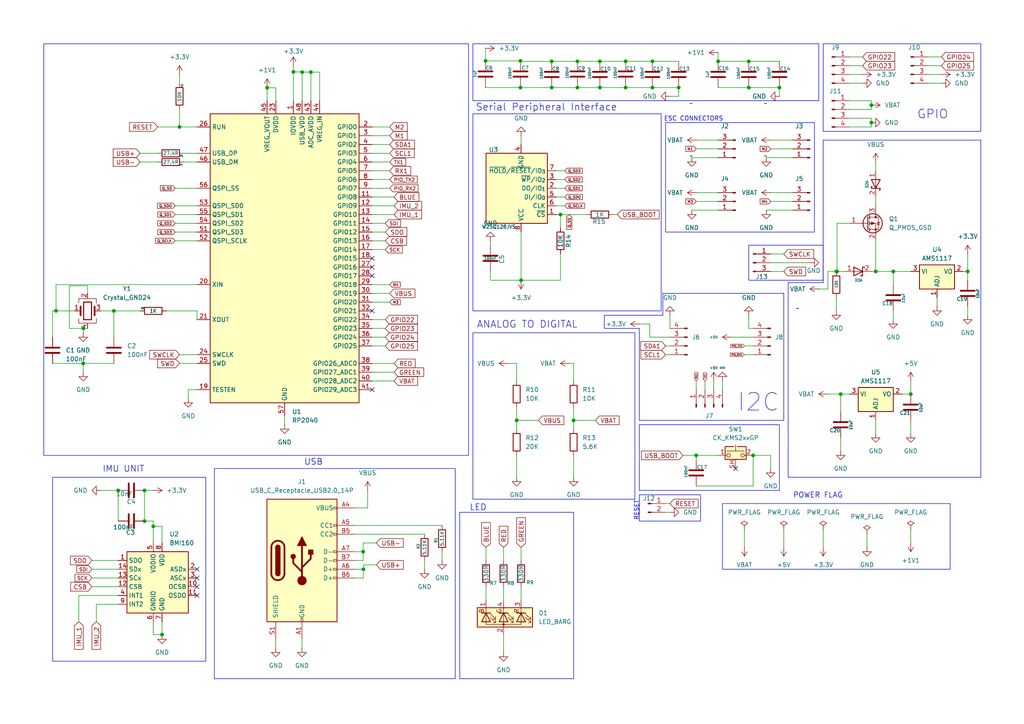
<source format=kicad_sch>
(kicad_sch (version 20250114) (generator "eeschema") (generator_version "9.0")
  (paper "A4")
  (rectangle (start 217.17 71.12) (end 238.76 81.28))
  (rectangle (start 185.42 143.51) (end 203.2 151.13))
  (rectangle (start 193.04 35.56) (end 236.22 67.31))
  (rectangle (start 185.42 123.19) (end 226.06 142.24))
  (rectangle (start 209.55 146.05) (end 275.59 165.1))
  (rectangle (start 137.16 12.7) (end 237.49 29.21))
  (rectangle (start 137.16 33.02) (end 191.77 90.17))
  (rectangle (start 15.24 138.43) (end 59.69 191.77))
  (rectangle (start 12.7 12.7) (end 135.89 132.08))
  (rectangle (start 133.35 148.59) (end 166.37 196.85))
  (rectangle (start 238.76 12.7) (end 284.48 38.1))
  (rectangle (start 137.16 96.52) (end 184.15 144.78))
  (rectangle (start 62.1845 135.89) (end 132.0345 196.85))
  (text "ANALOG TO DIGITAL\n" (at 152.908 94.234 0) (effects (font (size 2.032 2.032))))
  (text "ESC CONNECTORS\n" (at 201.168 34.544 0) (effects (font (size 1.27 1.27))))
  (text " Serial Peripheral Interface" (at 157.734 31.242 0) (effects (font (size 2.032 2.032))))
  (text "USB" (at 90.932 134.112 0) (effects (font (size 1.778 1.778))))
  (text "GPIO" (at 270.51 33.274 0) (effects (font (size 2.54 2.54))))
  (text "LED" (at 138.684 147.32 0) (effects (font (size 1.778 1.778))))
  (text "POWER FLAG" (at 237.236 143.764 0) (effects (font (size 1.524 1.524))))
  (text "IMU UNIT\n" (at 35.814 136.144 0) (effects (font (size 1.778 1.778))))
  (text "I2C\n" (at 219.964 116.84 0) (effects (font (size 5.08 5.08))))
  (text "RESET\n" (at 184.658 148.082 90) (effects (font (size 1.27 1.27))))
  (junction (at 243.84 114.3))
  (junction (at 173.99 25.4))
  (junction (at 46.99 184.0631))
  (junction (at 252.73 35.56))
  (junction (at 252.73 30.48))
  (junction (at 259.08 78.74))
  (junction (at 189.23 17.78))
  (junction (at 196.85 25.4))
  (junction (at 162.56 62.23))
  (junction (at 173.99 17.78))
  (junction (at 105.3285 160.02))
  (junction (at 226.06 25.4))
  (junction (at 242.57 78.74))
  (junction (at 151.13 81.28))
  (junction (at 52.07 36.83))
  (junction (at 33.02 90.17))
  (junction (at 24.2053 95.25))
  (junction (at 280.67 78.74))
  (junction (at 140.8185 17.6596))
  (junction (at 201.93 132.08))
  (junction (at 217.17 17.78))
  (junction (at 181.4429 25.4))
  (junction (at 150.9629 25.4))
  (junction (at 149.86 121.92))
  (junction (at 189.23 25.4))
  (junction (at 90.17 20.9127))
  (junction (at 77.47 25.4648))
  (junction (at 44.45 152.6613))
  (junction (at 264.16 114.3))
  (junction (at 105.41 165.1))
  (junction (at 16.2504 90.1556))
  (junction (at 242.781 78.74))
  (junction (at 166.37 121.92))
  (junction (at 160.02 25.4))
  (junction (at 217.17 25.4))
  (junction (at 254 78.74))
  (junction (at 87.63 20.9127))
  (junction (at 167.4729 25.4))
  (junction (at 208.28 17.78))
  (junction (at 167.4729 17.78))
  (junction (at 34.29 142.24))
  (junction (at 85.09 20.8517))
  (junction (at 24.13 105.41))
  (junction (at 160.02 17.78))
  (junction (at 218.44 132.08))
  (junction (at 181.4429 17.78))
  (junction (at 41.91 151.13))
  (junction (at 41.91 142.24))
  (junction (at 150.9382 17.6596))
  (no_connect (at 107.95 90.17))
  (no_connect (at 107.95 80.01))
  (no_connect (at 107.95 74.93))
  (no_connect (at 57.15 172.72))
  (no_connect (at 57.15 170.18))
  (no_connect (at 213.36 135.89))
  (no_connect (at 107.95 77.47))
  (no_connect (at 57.15 167.64))
  (no_connect (at 57.15 165.1))
  (no_connect (at 107.95 113.03))
  (wire (pts (xy 223.52 135.89) (xy 223.52 132.08)))
  (wire (pts (xy 102.8245 165.1) (xy 105.41 165.1)))
  (wire (pts (xy 201.93 43.18) (xy 208.28 43.18)))
  (wire (pts (xy 150.9629 25.4) (xy 160.02 25.4)))
  (wire (pts (xy 25.4 82.8823) (xy 20.0981 82.8823)))
  (wire (pts (xy 200.66 60.96) (xy 208.28 60.96)))
  (polyline (pts (xy 284.48 138.43) (xy 228.6 138.43)))
  (wire (pts (xy 24.13 96.52) (xy 24.2053 96.52)))
  (wire (pts (xy 162.56 62.23) (xy 170.18 62.23)))
  (wire (pts (xy 140.8185 17.6596) (xy 140.8029 17.6596)))
  (wire (pts (xy 107.95 95.25) (xy 111.76 95.25)))
  (wire (pts (xy 44.45 184.0631) (xy 46.99 184.0631)))
  (wire (pts (xy 57.15 113.03) (xy 54.61 113.03)))
  (wire (pts (xy 246.38 19.05) (xy 250.19 19.05)))
  (wire (pts (xy 252.73 36.83) (xy 252.73 35.56)))
  (wire (pts (xy 107.95 62.23) (xy 114.3 62.23)))
  (wire (pts (xy 280.67 78.74) (xy 280.67 81.28)))
  (wire (pts (xy 181.4429 25.4) (xy 181.4429 25.2796)))
  (wire (pts (xy 194.31 91.44) (xy 194.31 95.25)))
  (wire (pts (xy 200.66 45.72) (xy 208.28 45.72)))
  (wire (pts (xy 208.28 132.08) (xy 201.93 132.08)))
  (wire (pts (xy 204.47 110.49) (xy 204.47 113.03)))
  (wire (pts (xy 193.04 100.33) (xy 194.31 100.33)))
  (wire (pts (xy 140.8029 25.4) (xy 150.9629 25.4)))
  (wire (pts (xy 254 78.74) (xy 252.73 78.74)))
  (wire (pts (xy 22.86 172.72) (xy 22.86 180.34)))
  (wire (pts (xy 246.38 29.21) (xy 252.73 29.21)))
  (wire (pts (xy 240.1216 83.82) (xy 240.1216 78.74)))
  (wire (pts (xy 254 78.74) (xy 259.08 78.74)))
  (wire (pts (xy 107.95 44.45) (xy 113.03 44.45)))
  (wire (pts (xy 92.71 20.9127) (xy 90.17 20.9127)))
  (wire (pts (xy 162.56 62.23) (xy 162.56 66.04)))
  (wire (pts (xy 105.3285 162.56) (xy 102.8245 162.56)))
  (wire (pts (xy 53.34 46.99) (xy 57.15 46.99)))
  (wire (pts (xy 80.01 29.21) (xy 80.01 25.4648)))
  (wire (pts (xy 201.93 40.64) (xy 208.28 40.64)))
  (wire (pts (xy 151.13 158.75) (xy 151.13 162.56)))
  (wire (pts (xy 237.49 83.82) (xy 240.1216 83.82)))
  (wire (pts (xy 105.3285 160.02) (xy 105.3285 162.56)))
  (polyline (pts (xy 175.26 91.44) (xy 192.2536 91.44)))
  (wire (pts (xy 77.47 25.4) (xy 77.47 25.4648)))
  (wire (pts (xy 196.85 25.4) (xy 196.85 27.94)))
  (wire (pts (xy 107.95 52.07) (xy 113.03 52.07)))
  (wire (pts (xy 150.9629 25.4) (xy 150.9629 25.2796)))
  (wire (pts (xy 193.04 148.59) (xy 194.31 148.59)))
  (wire (pts (xy 167.4729 25.4) (xy 173.99 25.4)))
  (wire (pts (xy 102.8245 167.64) (xy 105.41 167.64)))
  (wire (pts (xy 269.24 21.59) (xy 273.05 21.59)))
  (wire (pts (xy 161.29 49.53) (xy 163.83 49.53)))
  (wire (pts (xy 46.99 157.48) (xy 46.99 152.6613)))
  (wire (pts (xy 222.25 60.96) (xy 229.87 60.96)))
  (wire (pts (xy 107.95 107.95) (xy 114.3 107.95)))
  (wire (pts (xy 87.63 20.9127) (xy 87.63 20.8517)))
  (wire (pts (xy 107.95 57.15) (xy 114.3 57.15)))
  (wire (pts (xy 201.93 55.88) (xy 208.28 55.88)))
  (wire (pts (xy 107.95 41.91) (xy 113.03 41.91)))
  (wire (pts (xy 140.97 170.18) (xy 140.97 173.99)))
  (wire (pts (xy 20.0981 82.8823) (xy 20.0981 95.25)))
  (wire (pts (xy 90.17 20.9127) (xy 87.63 20.9127)))
  (wire (pts (xy 146.05 170.18) (xy 146.05 173.99)))
  (wire (pts (xy 201.93 110.49) (xy 201.93 113.03)))
  (wire (pts (xy 50.8 62.23) (xy 57.15 62.23)))
  (wire (pts (xy 107.95 110.49) (xy 114.3 110.49)))
  (wire (pts (xy 34.29 175.26) (xy 27.94 175.26)))
  (wire (pts (xy 166.37 121.92) (xy 166.37 124.46)))
  (wire (pts (xy 167.4729 25.4) (xy 167.4729 25.2796)))
  (wire (pts (xy 107.95 36.83) (xy 113.03 36.83)))
  (wire (pts (xy 149.86 121.92) (xy 149.86 124.46)))
  (wire (pts (xy 215.9 102.87) (xy 218.44 102.87)))
  (wire (pts (xy 223.52 76.2) (xy 234.95 76.2)))
  (wire (pts (xy 77.47 25.4648) (xy 77.47 29.21)))
  (wire (pts (xy 188.4526 93.98) (xy 188.4526 97.79)))
  (wire (pts (xy 16.2504 90.1556) (xy 16.2504 90.17)))
  (wire (pts (xy 223.52 78.74) (xy 227.33 78.74)))
  (wire (pts (xy 92.71 29.21) (xy 92.71 20.9127)))
  (wire (pts (xy 243.84 114.3) (xy 243.84 119.38)))
  (wire (pts (xy 167.4729 17.78) (xy 173.99 17.78)))
  (wire (pts (xy 142.24 81.28) (xy 142.24 78.74)))
  (wire (pts (xy 107.95 69.85) (xy 111.76 69.85)))
  (wire (pts (xy 166.37 121.92) (xy 172.72 121.92)))
  (wire (pts (xy 107.95 46.99) (xy 113.03 46.99)))
  (wire (pts (xy 87.63 20.8517) (xy 85.09 20.8517)))
  (wire (pts (xy 264.16 153.67) (xy 264.16 157.48)))
  (wire (pts (xy 27.94 175.26) (xy 27.94 180.34)))
  (wire (pts (xy 252.73 34.29) (xy 252.73 35.56)))
  (wire (pts (xy 107.95 54.61) (xy 113.03 54.61)))
  (wire (pts (xy 259.08 90.17) (xy 259.08 92.71)))
  (wire (pts (xy 44.45 180.34) (xy 44.45 184.0631)))
  (wire (pts (xy 254 121.92) (xy 254 125.73)))
  (wire (pts (xy 34.29 172.72) (xy 22.86 172.72)))
  (polyline (pts (xy 228.6 138.43) (xy 228.6 81.9799)))
  (wire (pts (xy 161.29 59.69) (xy 163.83 59.69)))
  (wire (pts (xy 50.8 67.31) (xy 57.15 67.31)))
  (wire (pts (xy 82.55 120.65) (xy 82.55 123.19)))
  (wire (pts (xy 271.78 86.36) (xy 271.78 88.9)))
  (wire (pts (xy 40.64 46.99) (xy 45.72 46.99)))
  (wire (pts (xy 29.21 90.17) (xy 33.02 90.17)))
  (wire (pts (xy 198.12 132.08) (xy 201.93 132.08)))
  (polyline (pts (xy 175.26 95.25) (xy 175.26 91.44)))
  (wire (pts (xy 29.21 142.24) (xy 34.29 142.24)))
  (wire (pts (xy 102.8245 147.32) (xy 106.6345 147.32)))
  (wire (pts (xy 44.45 157.48) (xy 44.45 152.6613)))
  (wire (pts (xy 242.781 64.77) (xy 242.781 78.74)))
  (wire (pts (xy 16.2504 90.17) (xy 21.59 90.17)))
  (wire (pts (xy 102.8245 152.4) (xy 128.2245 152.4)))
  (polyline (pts (xy 193.04 85.09) (xy 193.04 85.118)))
  (wire (pts (xy 90.17 29.21) (xy 90.17 20.9127)))
  (wire (pts (xy 149.86 121.92) (xy 156.21 121.92)))
  (wire (pts (xy 177.8 62.23) (xy 179.07 62.23)))
  (wire (pts (xy 240.1216 78.74) (xy 242.57 78.74)))
  (wire (pts (xy 44.45 152.6613) (xy 44.45 151.13)))
  (wire (pts (xy 107.95 49.53) (xy 113.03 49.53)))
  (polyline (pts (xy 185.42 121.92) (xy 185.42 95.25)))
  (polyline (pts (xy 238.76 40.64) (xy 238.76 81.9799)))
  (wire (pts (xy 208.28 25.4) (xy 217.17 25.4)))
  (wire (pts (xy 45.72 36.83) (xy 52.07 36.83)))
  (wire (pts (xy 105.3285 157.48) (xy 105.3285 160.02)))
  (wire (pts (xy 252.73 31.75) (xy 252.73 30.48)))
  (wire (pts (xy 24.13 105.41) (xy 24.13 107.95)))
  (wire (pts (xy 26.67 170.18) (xy 34.29 170.18)))
  (wire (pts (xy 105.41 163.83) (xy 109.1745 163.83)))
  (wire (pts (xy 223.52 132.08) (xy 218.44 132.08)))
  (wire (pts (xy 54.61 113.03) (xy 54.61 115.57)))
  (wire (pts (xy 207.01 110.49) (xy 207.01 113.03)))
  (wire (pts (xy 254 69.85) (xy 254 78.74)))
  (wire (pts (xy 41.91 142.24) (xy 41.91 151.13)))
  (polyline (pts (xy 284.48 40.64) (xy 284.48 138.43)))
  (wire (pts (xy 261.62 114.3) (xy 264.16 114.3)))
  (wire (pts (xy 20.0981 95.25) (xy 24.2053 95.25)))
  (wire (pts (xy 107.95 85.09) (xy 113.03 85.09)))
  (wire (pts (xy 150.9382 17.78) (xy 150.9382 17.6596)))
  (wire (pts (xy 201.93 58.42) (xy 208.28 58.42)))
  (wire (pts (xy 50.8 54.61) (xy 57.15 54.61)))
  (wire (pts (xy 246.38 31.75) (xy 252.73 31.75)))
  (wire (pts (xy 181.4429 17.78) (xy 181.4429 17.6596)))
  (wire (pts (xy 208.28 17.78) (xy 217.17 17.78)))
  (wire (pts (xy 222.25 45.72) (xy 229.87 45.72)))
  (wire (pts (xy 161.29 54.61) (xy 163.83 54.61)))
  (wire (pts (xy 254 46.99) (xy 254 49.53)))
  (wire (pts (xy 215.9 153.67) (xy 215.9 158.75)))
  (wire (pts (xy 279.4 78.74) (xy 280.67 78.74)))
  (wire (pts (xy 33.02 90.17) (xy 40.64 90.17)))
  (wire (pts (xy 251.46 154.94) (xy 251.46 158.75)))
  (wire (pts (xy 243.84 127) (xy 243.84 130.81)))
  (polyline (pts (xy 192.2536 91.44) (xy 192.2536 85.118)))
  (wire (pts (xy 44.45 151.13) (xy 41.91 151.13)))
  (wire (pts (xy 123.1445 162.56) (xy 123.1445 165.1)))
  (wire (pts (xy 217.17 25.4) (xy 226.06 25.4)))
  (wire (pts (xy 142.24 69.85) (xy 142.24 71.12)))
  (wire (pts (xy 201.93 140.97) (xy 218.44 140.97)))
  (wire (pts (xy 15.24 90.1556) (xy 16.2504 90.1556)))
  (wire (pts (xy 165.1 105.41) (xy 166.37 105.41)))
  (wire (pts (xy 146.05 184.15) (xy 146.05 189.23)))
  (wire (pts (xy 193.04 102.87) (xy 194.31 102.87)))
  (wire (pts (xy 238.76 153.67) (xy 238.76 158.75)))
  (wire (pts (xy 242.57 86.36) (xy 242.57 90.17)))
  (wire (pts (xy 140.8185 13.9995) (xy 140.8185 17.6596)))
  (wire (pts (xy 223.52 43.18) (xy 229.87 43.18)))
  (polyline (pts (xy 185.42 95.25) (xy 175.26 95.25)))
  (wire (pts (xy 87.63 29.21) (xy 87.63 20.9127)))
  (wire (pts (xy 242.57 78.74) (xy 242.781 78.74)))
  (wire (pts (xy 107.95 82.55) (xy 113.03 82.55)))
  (wire (pts (xy 218.44 95.25) (xy 217.17 95.25)))
  (wire (pts (xy 149.86 132.08) (xy 149.86 138.43)))
  (wire (pts (xy 107.95 64.77) (xy 111.76 64.77)))
  (wire (pts (xy 149.86 118.11) (xy 149.86 121.92)))
  (polyline (pts (xy 238.76 40.64) (xy 284.48 40.64)))
  (wire (pts (xy 16.2504 82.55) (xy 16.2504 90.1556)))
  (wire (pts (xy 269.24 19.05) (xy 273.05 19.05)))
  (wire (pts (xy 161.29 57.15) (xy 163.83 57.15)))
  (wire (pts (xy 264.16 121.92) (xy 264.16 125.73)))
  (wire (pts (xy 80.01 25.4648) (xy 77.47 25.4648)))
  (wire (pts (xy 34.29 142.24) (xy 34.29 151.13)))
  (wire (pts (xy 166.37 118.11) (xy 166.37 121.92)))
  (wire (pts (xy 52.07 105.41) (xy 57.15 105.41)))
  (wire (pts (xy 106.6345 147.32) (xy 106.6345 142.24)))
  (wire (pts (xy 161.29 62.23) (xy 162.56 62.23)))
  (wire (pts (xy 107.95 39.37) (xy 113.03 39.37)))
  (wire (pts (xy 140.8029 25.4) (xy 140.8029 25.2796)))
  (wire (pts (xy 223.52 73.66) (xy 227.33 73.66)))
  (wire (pts (xy 52.07 31.75) (xy 52.07 36.83)))
  (wire (pts (xy 166.37 132.08) (xy 166.37 138.43)))
  (wire (pts (xy 223.52 40.64) (xy 229.87 40.64)))
  (wire (pts (xy 218.44 140.97) (xy 218.44 132.08)))
  (wire (pts (xy 280.67 73.66) (xy 280.67 78.74)))
  (wire (pts (xy 246.38 16.51) (xy 250.19 16.51)))
  (wire (pts (xy 252.73 29.21) (xy 252.73 30.48)))
  (wire (pts (xy 254 57.15) (xy 254 59.69)))
  (wire (pts (xy 246.38 36.83) (xy 252.73 36.83)))
  (wire (pts (xy 160.02 17.78) (xy 150.9382 17.78)))
  (wire (pts (xy 41.91 142.24) (xy 44.45 142.24)))
  (wire (pts (xy 107.95 105.41) (xy 114.3 105.41)))
  (wire (pts (xy 209.55 110.49) (xy 209.55 113.03)))
  (wire (pts (xy 105.41 165.1) (xy 105.41 167.64)))
  (wire (pts (xy 79.9645 185.42) (xy 79.9645 187.96)))
  (wire (pts (xy 246.38 114.3) (xy 243.84 114.3)))
  (wire (pts (xy 223.52 55.88) (xy 229.87 55.88)))
  (wire (pts (xy 246.38 21.59) (xy 250.19 21.59)))
  (wire (pts (xy 208.28 15.24) (xy 208.28 17.78)))
  (wire (pts (xy 52.07 21.59) (xy 52.07 24.13)))
  (wire (pts (xy 196.85 27.94) (xy 194.31 27.94)))
  (wire (pts (xy 102.8245 160.02) (xy 105.3285 160.02)))
  (wire (pts (xy 151.13 39.37) (xy 151.13 41.91)))
  (wire (pts (xy 189.23 17.78) (xy 196.85 17.78)))
  (wire (pts (xy 85.09 19.05) (xy 85.09 20.8517)))
  (wire (pts (xy 151.13 81.28) (xy 162.56 81.28)))
  (wire (pts (xy 40.64 44.45) (xy 45.72 44.45)))
  (wire (pts (xy 269.24 24.13) (xy 273.05 24.13)))
  (wire (pts (xy 246.38 24.13) (xy 250.19 24.13)))
  (wire (pts (xy 33.02 90.17) (xy 33.02 97.79)))
  (wire (pts (xy 150.9382 17.6596) (xy 150.9629 17.6596)))
  (wire (pts (xy 193.04 146.05) (xy 194.31 146.05)))
  (wire (pts (xy 53.34 44.45) (xy 57.15 44.45)))
  (wire (pts (xy 107.95 59.69) (xy 114.3 59.69)))
  (wire (pts (xy 246.38 34.29) (xy 252.73 34.29)))
  (wire (pts (xy 227.33 153.67) (xy 227.33 158.75)))
  (wire (pts (xy 24.13 105.41) (xy 33.02 105.41)))
  (wire (pts (xy 160.02 25.4) (xy 167.4729 25.4)))
  (wire (pts (xy 128.2245 160.02) (xy 128.2245 162.56)))
  (wire (pts (xy 280.67 88.9) (xy 280.67 91.44)))
  (wire (pts (xy 107.95 97.79) (xy 111.76 97.79)))
  (wire (pts (xy 269.24 16.51) (xy 273.05 16.51)))
  (wire (pts (xy 189.23 25.4) (xy 196.85 25.4)))
  (polyline (pts (xy 227.33 85.09) (xy 227.33 121.92)))
  (wire (pts (xy 264.16 110.49) (xy 264.16 114.3)))
  (wire (pts (xy 25.4 85.09) (xy 25.4 82.8823)))
  (wire (pts (xy 46.99 180.34) (xy 46.99 184.0631)))
  (wire (pts (xy 149.86 105.41) (xy 149.86 110.49)))
  (wire (pts (xy 185.42 93.98) (xy 188.4526 93.98)))
  (polyline (pts (xy 192.2536 85.118) (xy 193.04 85.118)))
  (wire (pts (xy 57.15 82.55) (xy 16.2504 82.55)))
  (wire (pts (xy 181.4429 25.4) (xy 189.23 25.4)))
  (wire (pts (xy 217.17 17.78) (xy 226.06 17.78)))
  (wire (pts (xy 226.06 25.4) (xy 226.06 27.94)))
  (wire (pts (xy 161.29 52.07) (xy 163.83 52.07)))
  (wire (pts (xy 50.8 59.69) (xy 57.15 59.69)))
  (wire (pts (xy 105.41 163.83) (xy 105.41 165.1)))
  (wire (pts (xy 151.13 170.18) (xy 151.13 173.99)))
  (wire (pts (xy 46.99 152.6613) (xy 44.45 152.6613)))
  (wire (pts (xy 26.67 165.1) (xy 34.29 165.1)))
  (wire (pts (xy 215.9 100.33) (xy 218.44 100.33)))
  (wire (pts (xy 57.15 90.17) (xy 57.15 92.71)))
  (wire (pts (xy 140.97 158.75) (xy 140.97 162.56)))
  (wire (pts (xy 107.95 92.71) (xy 111.76 92.71)))
  (wire (pts (xy 50.8 69.85) (xy 57.15 69.85)))
  (wire (pts (xy 201.93 132.08) (xy 201.93 133.35)))
  (wire (pts (xy 24.2053 96.52) (xy 24.2053 95.25)))
  (wire (pts (xy 167.4729 17.78) (xy 167.4729 17.6596)))
  (wire (pts (xy 107.95 72.39) (xy 111.76 72.39)))
  (wire (pts (xy 15.24 90.1556) (xy 15.24 97.79)))
  (polyline (pts (xy 227.33 121.92) (xy 185.42 121.92)))
  (wire (pts (xy 102.8245 154.94) (xy 123.1445 154.94)))
  (wire (pts (xy 160.02 17.78) (xy 167.4729 17.78)))
  (wire (pts (xy 46.99 184.0631) (xy 46.99 184.15)))
  (wire (pts (xy 50.8 64.77) (xy 57.15 64.77)))
  (wire (pts (xy 188.4526 97.79) (xy 194.31 97.79)))
  (wire (pts (xy 166.37 105.41) (xy 166.37 110.49)))
  (wire (pts (xy 140.8185 17.6596) (xy 150.9382 17.6596)))
  (wire (pts (xy 151.13 67.31) (xy 151.13 81.28)))
  (wire (pts (xy 259.08 78.74) (xy 264.16 78.74)))
  (wire (pts (xy 146.05 158.75) (xy 146.05 162.56)))
  (wire (pts (xy 26.67 167.64) (xy 34.29 167.64)))
  (wire (pts (xy 52.07 102.87) (xy 57.15 102.87)))
  (wire (pts (xy 189.23 17.78) (xy 181.4429 17.78)))
  (polyline (pts (xy 193.04 85.09) (xy 227.33 85.09)))
  (wire (pts (xy 246.38 64.77) (xy 242.781 64.77)))
  (wire (pts (xy 217.17 95.25) (xy 217.17 91.44)))
  (wire (pts (xy 173.99 17.78) (xy 181.4429 17.78)))
  (wire (pts (xy 212.09 97.79) (xy 218.44 97.79)))
  (wire (pts (xy 107.95 100.33) (xy 111.76 100.33)))
  (wire (pts (xy 173.99 25.4) (xy 181.4429 25.4)))
  (wire (pts (xy 240.03 114.3) (xy 243.84 114.3)))
  (wire (pts (xy 48.26 90.17) (xy 57.15 90.17)))
  (wire (pts (xy 85.09 20.8517) (xy 85.09 29.21)))
  (wire (pts (xy 242.781 78.74) (xy 245.11 78.74)))
  (wire (pts (xy 109.1745 157.48) (xy 105.3285 157.48)))
  (wire (pts (xy 24.2053 95.25) (xy 25.4 95.25)))
  (wire (pts (xy 107.95 87.63) (xy 113.03 87.63)))
  (wire (pts (xy 26.67 162.56) (xy 34.29 162.56)))
  (wire (pts (xy 162.56 81.28) (xy 162.56 73.66)))
  (wire (pts (xy 87.5845 185.42) (xy 87.5845 187.96)))
  (wire (pts (xy 107.95 67.31) (xy 111.76 67.31)))
  (wire (pts (xy 52.07 36.83) (xy 57.15 36.83)))
  (wire (pts (xy 223.52 58.42) (xy 229.87 58.42)))
  (wire (pts (xy 15.24 105.41) (xy 24.13 105.41)))
  (polyline (pts (xy 228.6 81.9799) (xy 238.76 81.9799)))
  (wire (pts (xy 259.08 78.74) (xy 259.08 82.55)))
  (wire (pts (xy 147.32 105.41) (xy 149.86 105.41)))
  (wire (pts (xy 151.13 81.28) (xy 142.24 81.28)))
  (global_label "SDI" (shape input) (at 26.67 165.1 180) (effects (font (size 1.016 1.016))) (property "Intersheetrefs" "${INTERSHEET_REFS}" (effects (hide yes))))
  (global_label "SDI" (shape input) (at 111.76 64.77 0) (effects (font (size 1.016 1.016))) (property "Intersheetrefs" "${INTERSHEET_REFS}" (effects (hide yes))))
  (global_label "SDA1" (shape input) (at 113.03 41.91 0) (property "Intersheetrefs" "${INTERSHEET_REFS}" (effects (hide yes))))
  (global_label "SWD" (shape input) (at 52.07 105.41 180) (property "Intersheetrefs" "${INTERSHEET_REFS}" (effects (hide yes))))
  (global_label "SWD" (shape input) (at 227.33 78.74 0) (property "Intersheetrefs" "${INTERSHEET_REFS}" (effects (hide yes))))
  (global_label "SDO" (shape input) (at 26.67 162.56 180) (property "Intersheetrefs" "${INTERSHEET_REFS}" (effects (hide yes))))
  (global_label "SWCLK" (shape input) (at 227.33 73.66 0) (property "Intersheetrefs" "${INTERSHEET_REFS}" (effects (hide yes))))
  (global_label "IMU_2" (shape input) (at 27.94 180.34 270) (property "Intersheetrefs" "${INTERSHEET_REFS}" (effects (hide yes))))
  (global_label "PIO_RX2" (shape input) (at 113.03 54.61 0) (effects (font (size 1.016 1.016))) (property "Intersheetrefs" "${INTERSHEET_REFS}" (effects (hide yes))))
  (global_label "GPIO23" (shape input) (at 111.76 95.25 0) (property "Intersheetrefs" "${INTERSHEET_REFS}" (effects (hide yes))))
  (global_label "Q_SD3" (shape input) (at 163.83 49.53 0) (effects (font (size 0.762 0.762))) (property "Intersheetrefs" "${INTERSHEET_REFS}" (effects (hide yes))))
  (global_label "GREEN" (shape input) (at 114.3 107.95 0) (property "Intersheetrefs" "${INTERSHEET_REFS}" (effects (hide yes))))
  (global_label "RX1" (shape input) (at 113.03 49.53 0) (property "Intersheetrefs" "${INTERSHEET_REFS}" (effects (hide yes))))
  (global_label "Q_SCLK" (shape input) (at 50.8 69.85 180) (effects (font (size 0.762 0.762))) (property "Intersheetrefs" "${INTERSHEET_REFS}" (effects (hide yes))))
  (global_label "M4" (shape input) (at 113.03 82.55 0) (effects (font (size 0.762 0.762))) (property "Intersheetrefs" "${INTERSHEET_REFS}" (effects (hide yes))))
  (global_label "USB-" (shape input) (at 109.1745 157.48 0) (property "Intersheetrefs" "${INTERSHEET_REFS}" (effects (hide yes))))
  (global_label "RESET" (shape input) (at 45.72 36.83 180) (property "Intersheetrefs" "${INTERSHEET_REFS}" (effects (hide yes))))
  (global_label "BLUE" (shape input) (at 140.97 158.75 90) (property "Intersheetrefs" "${INTERSHEET_REFS}" (effects (hide yes))))
  (global_label "TX1" (shape input) (at 113.03 46.99 0) (effects (font (size 1.016 1.016))) (property "Intersheetrefs" "${INTERSHEET_REFS}" (effects (hide yes))))
  (global_label "USB_BOOT" (shape input) (at 198.12 132.08 180) (property "Intersheetrefs" "${INTERSHEET_REFS}" (effects (hide yes))))
  (global_label "GPIO25" (shape input) (at 273.05 19.05 0) (property "Intersheetrefs" "${INTERSHEET_REFS}" (effects (hide yes))))
  (global_label "GREEN" (shape input) (at 151.13 158.75 90) (property "Intersheetrefs" "${INTERSHEET_REFS}" (effects (hide yes))))
  (global_label "Q_SD3" (shape input) (at 50.8 67.31 180) (effects (font (size 0.762 0.762))) (property "Intersheetrefs" "${INTERSHEET_REFS}" (effects (hide yes))))
  (global_label "SDA1" (shape input) (at 193.04 100.33 180) (property "Intersheetrefs" "${INTERSHEET_REFS}" (effects (hide yes))))
  (global_label "M1" (shape input) (at 201.93 43.18 180) (effects (font (size 0.762 0.762))) (property "Intersheetrefs" "${INTERSHEET_REFS}" (effects (hide yes))))
  (global_label "SCK" (shape input) (at 111.76 72.39 0) (effects (font (size 1.016 1.016))) (property "Intersheetrefs" "${INTERSHEET_REFS}" (effects (hide yes))))
  (global_label "M2" (shape input) (at 113.03 36.83 0) (property "Intersheetrefs" "${INTERSHEET_REFS}" (effects (hide yes))))
  (global_label "USB_BOOT" (shape input) (at 179.07 62.23 0) (property "Intersheetrefs" "${INTERSHEET_REFS}" (effects (hide yes))))
  (global_label "GPIO25" (shape input) (at 111.76 100.33 0) (property "Intersheetrefs" "${INTERSHEET_REFS}" (effects (hide yes))))
  (global_label "Q_SDO" (shape input) (at 163.83 57.15 0) (effects (font (size 0.762 0.762))) (property "Intersheetrefs" "${INTERSHEET_REFS}" (effects (hide yes))))
  (global_label "PIO_TX2" (shape input) (at 113.03 52.07 0) (effects (font (size 1.016 1.016))) (property "Intersheetrefs" "${INTERSHEET_REFS}" (effects (hide yes))))
  (global_label "RESET" (shape input) (at 194.31 146.05 0) (property "Intersheetrefs" "${INTERSHEET_REFS}" (effects (hide yes))))
  (global_label "GPIO22" (shape input) (at 111.76 92.71 0) (property "Intersheetrefs" "${INTERSHEET_REFS}" (effects (hide yes))))
  (global_label "M1" (shape input) (at 113.03 39.37 0) (property "Intersheetrefs" "${INTERSHEET_REFS}" (effects (hide yes))))
  (global_label "GPIO24" (shape input) (at 273.05 16.51 0) (property "Intersheetrefs" "${INTERSHEET_REFS}" (effects (hide yes))))
  (global_label "GPIO22" (shape input) (at 250.19 16.51 0) (property "Intersheetrefs" "${INTERSHEET_REFS}" (effects (hide yes))))
  (global_label "SCL1" (shape input) (at 113.03 44.45 0) (property "Intersheetrefs" "${INTERSHEET_REFS}" (effects (hide yes))))
  (global_label "IMU_2" (shape input) (at 114.3 59.69 0) (property "Intersheetrefs" "${INTERSHEET_REFS}" (effects (hide yes))))
  (global_label "CSB" (shape input) (at 111.76 69.85 0) (property "Intersheetrefs" "${INTERSHEET_REFS}" (effects (hide yes))))
  (global_label "IMU_1" (shape input) (at 114.3 62.23 0) (property "Intersheetrefs" "${INTERSHEET_REFS}" (effects (hide yes))))
  (global_label "Q_SCLK" (shape input) (at 163.83 59.69 0) (effects (font (size 0.762 0.762))) (property "Intersheetrefs" "${INTERSHEET_REFS}" (effects (hide yes))))
  (global_label "GPIO23" (shape input) (at 250.19 19.05 0) (property "Intersheetrefs" "${INTERSHEET_REFS}" (effects (hide yes))))
  (global_label "M2" (shape input) (at 223.52 43.18 180) (effects (font (size 0.762 0.762))) (property "Intersheetrefs" "${INTERSHEET_REFS}" (effects (hide yes))))
  (global_label "IMU_1" (shape input) (at 22.86 180.34 270) (property "Intersheetrefs" "${INTERSHEET_REFS}" (effects (hide yes))))
  (global_label "Q_SDO" (shape input) (at 50.8 59.69 180) (effects (font (size 0.762 0.762))) (property "Intersheetrefs" "${INTERSHEET_REFS}" (effects (hide yes))))
  (global_label "PIO_TX2" (shape input) (at 215.9 100.33 180) (effects (font (size 0.508 0.508))) (property "Intersheetrefs" "${INTERSHEET_REFS}" (effects (hide yes))))
  (global_label "VBUS" (shape input) (at 156.21 121.92 0) (property "Intersheetrefs" "${INTERSHEET_REFS}" (effects (hide yes))))
  (global_label "VBAT" (shape input) (at 114.3 110.49 0) (property "Intersheetrefs" "${INTERSHEET_REFS}" (effects (hide yes))))
  (global_label "Q_SD1" (shape input) (at 163.83 54.61 0) (effects (font (size 0.762 0.762))) (property "Intersheetrefs" "${INTERSHEET_REFS}" (effects (hide yes))))
  (global_label "CSB" (shape input) (at 26.67 170.18 180) (property "Intersheetrefs" "${INTERSHEET_REFS}" (effects (hide yes))))
  (global_label "Q_SD2" (shape input) (at 163.83 52.07 0) (effects (font (size 0.762 0.762))) (property "Intersheetrefs" "${INTERSHEET_REFS}" (effects (hide yes))))
  (global_label "SCL1" (shape input) (at 193.04 102.87 180) (property "Intersheetrefs" "${INTERSHEET_REFS}" (effects (hide yes))))
  (global_label "M3" (shape input) (at 113.03 87.63 0) (effects (font (size 0.762 0.762))) (property "Intersheetrefs" "${INTERSHEET_REFS}" (effects (hide yes))))
  (global_label "RX1" (shape input) (at 201.93 110.49 90) (effects (font (size 0.508 0.508))) (property "Intersheetrefs" "${INTERSHEET_REFS}" (effects (hide yes))))
  (global_label "BLUE" (shape input) (at 114.3 57.15 0) (property "Intersheetrefs" "${INTERSHEET_REFS}" (effects (hide yes))))
  (global_label "TX1" (shape input) (at 204.47 110.49 90) (effects (font (size 0.508 0.508))) (property "Intersheetrefs" "${INTERSHEET_REFS}" (effects (hide yes))))
  (global_label "SWCLK" (shape input) (at 52.07 102.87 180) (property "Intersheetrefs" "${INTERSHEET_REFS}" (effects (hide yes))))
  (global_label "PIO_RX2" (shape input) (at 215.9 102.87 180) (effects (font (size 0.508 0.508))) (property "Intersheetrefs" "${INTERSHEET_REFS}" (effects (hide yes))))
  (global_label "M3" (shape input) (at 201.93 58.42 180) (effects (font (size 0.762 0.762))) (property "Intersheetrefs" "${INTERSHEET_REFS}" (effects (hide yes))))
  (global_label "USB+" (shape input) (at 40.64 44.45 180) (property "Intersheetrefs" "${INTERSHEET_REFS}" (effects (hide yes))))
  (global_label "Q_SD2" (shape input) (at 50.8 64.77 180) (effects (font (size 0.762 0.762))) (property "Intersheetrefs" "${INTERSHEET_REFS}" (effects (hide yes))))
  (global_label "VBUS" (shape input) (at 113.03 85.09 0) (property "Intersheetrefs" "${INTERSHEET_REFS}" (effects (hide yes))))
  (global_label "Q_SS" (shape input) (at 165.1 62.23 270) (effects (font (size 0.762 0.762))) (property "Intersheetrefs" "${INTERSHEET_REFS}" (effects (hide yes))))
  (global_label "USB-" (shape input) (at 40.64 46.99 180) (property "Intersheetrefs" "${INTERSHEET_REFS}" (effects (hide yes))))
  (global_label "Q_SD1" (shape input) (at 50.8 62.23 180) (effects (font (size 0.762 0.762))) (property "Intersheetrefs" "${INTERSHEET_REFS}" (effects (hide yes))))
  (global_label "Q_SS" (shape input) (at 50.8 54.61 180) (effects (font (size 0.762 0.762))) (property "Intersheetrefs" "${INTERSHEET_REFS}" (effects (hide yes))))
  (global_label "M4" (shape input) (at 223.52 58.42 180) (effects (font (size 0.762 0.762))) (property "Intersheetrefs" "${INTERSHEET_REFS}" (effects (hide yes))))
  (global_label "VBAT" (shape input) (at 172.72 121.92 0) (property "Intersheetrefs" "${INTERSHEET_REFS}" (effects (hide yes))))
  (global_label "SCK" (shape input) (at 26.67 167.64 180) (effects (font (size 1.016 1.016))) (property "Intersheetrefs" "${INTERSHEET_REFS}" (effects (hide yes))))
  (global_label "SDO" (shape input) (at 111.76 67.31 0) (property "Intersheetrefs" "${INTERSHEET_REFS}" (effects (hide yes))))
  (global_label "GPIO24" (shape input) (at 111.76 97.79 0) (property "Intersheetrefs" "${INTERSHEET_REFS}" (effects (hide yes))))
  (global_label "RED" (shape input) (at 114.3 105.41 0) (property "Intersheetrefs" "${INTERSHEET_REFS}" (effects (hide yes))))
  (global_label "RED" (shape input) (at 146.05 158.75 90) (property "Intersheetrefs" "${INTERSHEET_REFS}" (effects (hide yes))))
  (global_label "USB+" (shape input) (at 109.1745 163.83 0) (property "Intersheetrefs" "${INTERSHEET_REFS}" (effects (hide yes))))
  (symbol (lib_id "power:GND") (at 149.86 138.43 0) (unit 1)
    (property "Reference" "#PWR017" (effects (hide yes)))
    (property "Value" "GND" (at 149.86 143.51 0))
    (property "Description" "Power symbol creates a global label with name \"GND\" , ground" (effects (hide yes)))
  )
  (symbol (lib_id "power:GND") (at 24.13 96.52 0) (unit 1)
    (property "Reference" "#PWR012" (effects (hide yes)))
    (property "Value" "GND" (at 24.13 101.6 0))
    (property "Description" "Power symbol creates a global label with name \"GND\" , ground" (effects (hide yes)))
  )
  (symbol (lib_id "Connector:Conn_01x04_Pin") (at 241.3 19.05 0) (unit 1)
    (property "Reference" "J9" (at 242.316 13.716 0))
    (property "Value" "Conn_01x04_Pin" (effects (hide yes)))
    (property "Footprint" "Connector_PinHeader_1.00mm:PinHeader_1x04_P1.00mm_Vertical" (effects (hide yes)))
    (property "Description" "Generic connector, single row, 01x04, script generated" (effects (hide yes)))
  )
  (symbol (lib_id "power:+5V") (at 212.09 97.79 90) (unit 1)
    (property "Reference" "#PWR039" (effects (hide yes)))
    (property "Value" "+5V" (at 208.28 97.79 90) (effects (font (size 0.762 0.762)) (justify left)))
    (property "Description" "Power symbol creates a global label with name \"+5V\"" (effects (hide yes)))
  )
  (symbol (lib_id "power:GND") (at 151.13 39.37 180) (unit 1)
    (property "Reference" "#PWR023" (effects (hide yes)))
    (property "Value" "GND" (at 151.13 34.29 0))
    (property "Description" "Power symbol creates a global label with name \"GND\" , ground" (effects (hide yes)))
  )
  (symbol (lib_id "power:GND") (at 271.78 88.9 0) (unit 1)
    (property "Reference" "#PWR055" (effects (hide yes)))
    (property "Value" "GND" (at 271.78 93.98 0))
    (property "Description" "Power symbol creates a global label with name \"GND\" , ground" (effects (hide yes)))
  )
  (symbol (lib_id "Device:C") (at 173.99 21.59 0) (unit 1)
    (property "Reference" "C10" (at 174.0769 19.9456 0) (effects (font (size 1.016 1.016)) (justify left)))
    (property "Value" "100nF" (at 171.0289 22.9936 90) (effects (font (size 0.762 0.762)) (justify left)))
    (property "Footprint" "Capacitor_SMD:C_0201_0603Metric" (effects (hide yes)))
    (property "Description" "Unpolarized capacitor" (effects (hide yes)))
  )
  (symbol (lib_id "power:GND") (at 194.31 91.44 180) (unit 1)
    (property "Reference" "#PWR037" (effects (hide yes)))
    (property "Value" "GND" (at 194.31 86.36 0))
    (property "Description" "Power symbol creates a global label with name \"GND\" , ground" (effects (hide yes)))
  )
  (symbol (lib_id "power:GND") (at 264.16 125.73 0) (unit 1)
    (property "Reference" "#PWR061" (effects (hide yes)))
    (property "Value" "GND" (at 264.16 130.81 0))
    (property "Description" "Power symbol creates a global label with name \"GND\" , ground" (effects (hide yes)))
  )
  (symbol (lib_id "Device:R") (at 123.1445 158.75 0) (unit 1)
    (property "Reference" "R2" (at 121.3665 159.258 90) (effects (font (size 0.762 0.762)) (justify left)))
    (property "Value" "5.11K" (at 123.1445 161.036 90) (effects (font (size 1.016 1.016)) (justify left)))
    (property "Footprint" "Resistor_SMD:R_01005_0402Metric" (effects (hide yes)))
    (property "Description" "Resistor" (effects (hide yes)))
  )
  (symbol (lib_id "power:GND") (at 146.05 189.23 0) (unit 1)
    (property "Reference" "#PWR016" (effects (hide yes)))
    (property "Value" "GND" (at 146.05 194.31 0))
    (property "Description" "Power symbol creates a global label with name \"GND\" , ground" (effects (hide yes)))
  )
  (symbol (lib_id "Device:R") (at 242.57 82.55 0) (unit 1)
    (property "Reference" "R16" (effects (hide yes)))
    (property "Value" "10K" (at 242.57 83.566 90) (effects (font (size 0.762 0.762)) (justify left)))
    (property "Footprint" "Resistor_SMD:R_01005_0402Metric" (effects (hide yes)))
    (property "Description" "Resistor" (effects (hide yes)))
  )
  (symbol (lib_id "Device:R") (at 49.53 46.99 90) (unit 1)
    (property "Reference" "R4" (at 52.578 47.752 90) (effects (font (size 0.508 0.508))))
    (property "Value" "27.4R" (at 49.53 46.99 90) (effects (font (size 1.016 1.016))))
    (property "Footprint" "Resistor_SMD:R_01005_0402Metric" (effects (hide yes)))
    (property "Description" "Resistor" (effects (hide yes)))
  )
  (symbol (lib_id "Connector:Conn_01x04_Pin") (at 264.16 19.05 0) (unit 1)
    (property "Reference" "J10" (at 265.176 13.716 0))
    (property "Value" "Conn_01x04_Pin" (effects (hide yes)))
    (property "Footprint" "Connector_PinHeader_1.00mm:PinHeader_1x04_P1.00mm_Vertical" (effects (hide yes)))
    (property "Description" "Generic connector, single row, 01x04, script generated" (effects (hide yes)))
  )
  (symbol (lib_id "Device:R") (at 49.53 44.45 90) (unit 1)
    (property "Reference" "R5" (at 52.578 45.212 90) (effects (font (size 0.508 0.508))))
    (property "Value" "27.4R" (at 49.53 44.45 90) (effects (font (size 1.016 1.016))))
    (property "Footprint" "Resistor_SMD:R_01005_0402Metric" (effects (hide yes)))
    (property "Description" "Resistor" (effects (hide yes)))
  )
  (symbol (lib_id "power:+1V1") (at 208.28 15.24 90) (unit 1)
    (property "Reference" "#PWR027" (effects (hide yes)))
    (property "Value" "+1V1" (at 204.47 15.2399 90) (effects (justify left)))
    (property "Description" "Power symbol creates a global label with name \"+1V1\"" (effects (hide yes)))
  )
  (symbol (lib_id "Device:R") (at 52.07 27.94 180) (unit 1)
    (property "Reference" "R3" (at 52.832 24.892 90) (effects (font (size 0.508 0.508))))
    (property "Value" "10K" (at 52.07 27.94 90) (effects (font (size 1.016 1.016))))
    (property "Footprint" "Resistor_SMD:R_01005_0402Metric" (effects (hide yes)))
    (property "Description" "Resistor" (effects (hide yes)))
  )
  (symbol (lib_id "power:VDD") (at 252.73 30.48 270) (unit 1)
    (property "Reference" "#PWR046" (effects (hide yes)))
    (property "Value" "VBAT" (at 256.54 30.4799 90) (effects (justify left)))
    (property "Description" "Power symbol creates a global label with name \"VDD\"" (effects (hide yes)))
  )
  (symbol (lib_id "Device:C") (at 160.02 21.59 0) (unit 1)
    (property "Reference" "C8" (at 160.1069 19.9456 0) (effects (font (size 1.016 1.016)) (justify left)))
    (property "Value" "100nF" (at 157.0589 22.9936 90) (effects (font (size 0.762 0.762)) (justify left)))
    (property "Footprint" "Capacitor_SMD:C_0201_0603Metric" (effects (hide yes)))
    (property "Description" "Unpolarized capacitor" (effects (hide yes)))
  )
  (symbol (lib_id "power:+3.3V") (at 52.07 21.59 0) (unit 1)
    (property "Reference" "#PWR08" (effects (hide yes)))
    (property "Value" "+3.3V" (at 52.07 16.51 0))
    (property "Description" "Power symbol creates a global label with name \"+3.3V\"" (effects (hide yes)))
  )
  (symbol (lib_id "Regulator_Linear:AMS1117") (at 254 114.3 0) (unit 1)
    (property "Reference" "U5" (at 254 107.95 0))
    (property "Value" "AMS1117" (at 254 110.49 0))
    (property "Footprint" "Package_TO_SOT_SMD:SOT-223-3_TabPin2" (effects (hide yes)))
    (property "Datasheet" "http://www.advanced-monolithic.com/pdf/ds1117.pdf" (effects (hide yes)))
    (property "Description" "1A Low Dropout regulator, positive, adjustable output, SOT-223" (effects (hide yes)))
  )
  (symbol (lib_id "Sensor_Motion:BMI160") (at 46.99 167.64 0) (unit 1)
    (property "Reference" "U2" (at 49.1333 154.94 0) (effects (justify left)))
    (property "Value" "BMI160" (at 49.1333 157.48 0) (effects (justify left)))
    (property "Footprint" "Package_LGA:Bosch_LGA-14_3x2.5mm_P0.5mm" (effects (hide yes)))
    (property "Datasheet" "https://www.bosch-sensortec.com/media/boschsensortec/downloads/datasheets/bst-bmi160-ds000.pdf" (effects (hide yes)))
    (property "Description" "Small, low power inertial measurement unit, LGA-14" (effects (hide yes)))
  )
  (symbol (lib_id "power:GND") (at 222.25 60.96 0) (unit 1)
    (property "Reference" "#PWR034" (effects (hide yes)))
    (property "Value" "GND" (at 222.25 66.04 0))
    (property "Description" "Power symbol creates a global label with name \"GND\" , ground" (effects (hide yes)))
  )
  (symbol (lib_id "Device:R") (at 140.97 166.37 0) (unit 1)
    (property "Reference" "R7" (at 141.986 169.164 0) (effects (font (size 1.016 1.016)) (justify left)))
    (property "Value" "330R" (at 140.97 168.91 90) (effects (justify left)))
    (property "Footprint" "Resistor_SMD:R_0201_0603Metric" (effects (hide yes)))
    (property "Description" "Resistor" (effects (hide yes)))
  )
  (symbol (lib_id "power:GND") (at 254 125.73 0) (unit 1)
    (property "Reference" "#PWR060" (effects (hide yes)))
    (property "Value" "GND" (at 254 130.81 0))
    (property "Description" "Power symbol creates a global label with name \"GND\" , ground" (effects (hide yes)))
  )
  (symbol (lib_id "power:GND") (at 29.21 142.24 270) (unit 1)
    (property "Reference" "#PWR015" (effects (hide yes)))
    (property "Value" "GND" (at 25.4 142.2399 90) (effects (justify right)))
    (property "Description" "Power symbol creates a global label with name \"GND\" , ground" (effects (hide yes)))
  )
  (symbol (lib_id "Device:C") (at 140.8029 21.4696 0) (unit 1)
    (property "Reference" "C6" (at 140.8029 19.6916 0) (effects (font (size 1.016 1.016)) (justify left)))
    (property "Value" "1uF" (at 137.7549 22.4856 90) (effects (font (size 0.762 0.762)) (justify left)))
    (property "Footprint" "Capacitor_SMD:C_01005_0402Metric" (effects (hide yes)))
    (property "Description" "Unpolarized capacitor" (effects (hide yes)))
  )
  (symbol (lib_id "MCU_RaspberryPi:RP2040") (at 82.55 74.93 0) (unit 1)
    (property "Reference" "U1" (at 84.6933 119.38 0) (effects (justify left)))
    (property "Value" "RP2040" (at 84.6933 121.92 0) (effects (justify left)))
    (property "Footprint" "Package_DFN_QFN:QFN-56-1EP_7x7mm_P0.4mm_EP3.2x3.2mm" (effects (hide yes)))
    (property "Datasheet" "https://datasheets.raspberrypi.com/rp2040/rp2040-datasheet.pdf" (effects (hide yes)))
    (property "Description" "A microcontroller by Raspberry Pi" (effects (hide yes)))
  )
  (symbol (lib_id "Device:C") (at 259.08 86.36 180) (unit 1)
    (property "Reference" "C18" (at 258.9931 88.0044 0) (effects (font (size 1.016 1.016)) (justify left)))
    (property "Value" "10uF" (at 262.0411 84.9564 90) (effects (font (size 0.762 0.762)) (justify left)))
    (property "Footprint" "Capacitor_SMD:C_0805_2012Metric" (effects (hide yes)))
    (property "Description" "Unpolarized capacitor" (effects (hide yes)))
  )
  (symbol (lib_id "power:+3.3V") (at 85.09 19.05 0) (unit 1)
    (property "Reference" "#PWR010" (effects (hide yes)))
    (property "Value" "+3.3V" (at 85.09 14.8431 0))
    (property "Description" "Power symbol creates a global label with name \"+3.3V\"" (effects (hide yes)))
  )
  (symbol (lib_id "Connector:Conn_01x03_Pin") (at 213.36 43.18 180) (unit 1)
    (property "Reference" "J2" (at 209.042 36.576 0) (effects (justify right)))
    (property "Value" "~" (at 199.898 29.972 0) (effects (justify right)))
    (property "Footprint" "Connector_PinHeader_1.00mm:PinHeader_1x04_P1.00mm_Vertical" (effects (hide yes)))
    (property "Description" "Generic connector, single row, 01x03, script generated" (effects (hide yes)))
  )
  (symbol (lib_id "Connector:Conn_01x04_Pin") (at 204.47 118.11 90) (unit 1)
    (property "Reference" "J7" (at 205.74 120.65 90))
    (property "Value" "Conn_01x04_Pin" (effects (hide yes)))
    (property "Footprint" "Connector_PinHeader_1.00mm:PinHeader_1x04_P1.00mm_Vertical" (effects (hide yes)))
    (property "Description" "Generic connector, single row, 01x04, script generated" (effects (hide yes)))
  )
  (symbol (lib_id "Device:C") (at 226.06 21.59 0) (unit 1)
    (property "Reference" "C14" (at 226.1469 19.9456 0) (effects (font (size 1.016 1.016)) (justify left)))
    (property "Value" "100nF" (at 223.0989 22.9936 90) (effects (font (size 0.762 0.762)) (justify left)))
    (property "Footprint" "Capacitor_SMD:C_0201_0603Metric" (effects (hide yes)))
    (property "Description" "Unpolarized capacitor" (effects (hide yes)))
  )
  (symbol (lib_id "Device:R") (at 128.2245 156.21 180) (unit 1)
    (property "Reference" "R1" (at 126.4465 157.48 90) (effects (font (size 0.762 0.762)) (justify right)))
    (property "Value" "5.11K" (at 128.2245 158.496 90) (effects (font (size 1.016 1.016)) (justify right)))
    (property "Footprint" "Resistor_SMD:R_01005_0402Metric" (effects (hide yes)))
    (property "Description" "Resistor" (effects (hide yes)))
  )
  (symbol (lib_id "Device:C") (at 33.02 101.6 0) (unit 1)
    (property "Reference" "C2" (at 36.83 100.3299 0) (effects (justify left)))
    (property "Value" "100nF" (at 36.83 102.8699 0) (effects (justify left)))
    (property "Footprint" "Capacitor_SMD:C_0201_0603Metric" (effects (hide yes)))
    (property "Description" "Unpolarized capacitor" (effects (hide yes)))
  )
  (symbol (lib_id "power:GND") (at 128.2245 162.56 0) (unit 1)
    (property "Reference" "#PWR04" (effects (hide yes)))
    (property "Value" "GND" (at 128.2245 167.64 0))
    (property "Description" "Power symbol creates a global label with name \"GND\" , ground" (effects (hide yes)))
  )
  (symbol (lib_id "Device:R") (at 162.56 69.85 0) (unit 1)
    (property "Reference" "R14" (at 164.846 71.882 90) (effects (justify left)))
    (property "Value" "10K" (at 162.56 71.882 90) (effects (justify left)))
    (property "Footprint" "Resistor_SMD:R_01005_0402Metric" (effects (hide yes)))
    (property "Description" "Resistor" (effects (hide yes)))
  )
  (symbol (lib_id "power:GND") (at 226.06 27.94 270) (unit 1)
    (property "Reference" "#PWR026" (effects (hide yes)))
    (property "Value" "GND" (at 222.25 27.9399 90) (effects (justify right)))
    (property "Description" "Power symbol creates a global label with name \"GND\" , ground" (effects (hide yes)))
  )
  (symbol (lib_id "power:+3.3V") (at 140.8185 13.9995 270) (unit 1)
    (property "Reference" "#PWR024" (effects (hide yes)))
    (property "Value" "+3.3V" (at 144.6285 13.9994 90) (effects (justify left)))
    (property "Description" "Power symbol creates a global label with name \"+3.3V\"" (effects (hide yes)))
  )
  (symbol (lib_id "Device:D_Schottky_Dual_CommonAnode_AKK_Split") (at 248.92 78.74 0) (unit 1)
    (property "Reference" "D3" (at 247.904 81.28 0) (effects (font (size 0.762 0.762)) (justify left)))
    (property "Value" "D_Schottky_Dual_CommonAnode_AKK_Split" (effects (hide yes)))
    (property "Footprint" "Diode_SMD:D_3220_8050Metric" (effects (hide yes)))
    (property "Description" "Dual Schottky diode, common anode on pin 1" (effects (hide yes)))
  )
  (symbol (lib_id "Connector:Conn_01x03_Pin") (at 218.44 76.2 0) (unit 1)
    (property "Reference" "J13" (at 222.758 80.264 0) (effects (justify right)))
    (property "Value" "~" (at 231.902 89.408 0) (effects (justify right)))
    (property "Footprint" "Connector_Stocko:Stocko_MKS_1653-6-0-303_1x3_P2.50mm_Vertical" (effects (hide yes)))
    (property "Description" "Generic connector, single row, 01x03, script generated" (effects (hide yes)))
  )
  (symbol (lib_id "Device:R") (at 166.37 128.27 0) (unit 1)
    (property "Reference" "R13" (at 168.91 126.9999 0) (effects (justify left)))
    (property "Value" "5.6K" (at 168.91 129.5399 0) (effects (justify left)))
    (property "Footprint" "Resistor_SMD:R_01005_0402Metric" (effects (hide yes)))
    (property "Description" "Resistor" (effects (hide yes)))
  )
  (symbol (lib_id "Device:R") (at 149.86 128.27 0) (unit 1)
    (property "Reference" "R12" (at 152.4 126.9999 0) (effects (justify left)))
    (property "Value" "20K" (at 152.4 129.5399 0) (effects (justify left)))
    (property "Footprint" "Resistor_SMD:R_01005_0402Metric" (effects (hide yes)))
    (property "Description" "Resistor" (effects (hide yes)))
  )
  (symbol (lib_id "Device:C") (at 189.23 21.59 0) (unit 1)
    (property "Reference" "C12" (at 189.3169 19.9456 0) (effects (font (size 1.016 1.016)) (justify left)))
    (property "Value" "100nF" (at 186.2689 22.9936 90) (effects (font (size 0.762 0.762)) (justify left)))
    (property "Footprint" "Capacitor_SMD:C_0201_0603Metric" (effects (hide yes)))
    (property "Description" "Unpolarized capacitor" (effects (hide yes)))
  )
  (symbol (lib_id "power:VDD") (at 237.49 83.82 90) (unit 1)
    (property "Reference" "#PWR052" (effects (hide yes)))
    (property "Value" "VBAT" (at 233.68 83.8199 90) (effects (justify left)))
    (property "Description" "Power symbol creates a global label with name \"VDD\"" (effects (hide yes)))
  )
  (symbol (lib_id "power:GND") (at 166.37 138.43 0) (unit 1)
    (property "Reference" "#PWR018" (effects (hide yes)))
    (property "Value" "GND" (at 166.37 143.51 0))
    (property "Description" "Power symbol creates a global label with name \"GND\" , ground" (effects (hide yes)))
  )
  (symbol (lib_id "Device:C") (at 264.16 118.11 180) (unit 1)
    (property "Reference" "C21" (at 264.0731 119.7544 0) (effects (font (size 1.016 1.016)) (justify left)))
    (property "Value" "10uF" (at 267.1211 116.7064 90) (effects (font (size 0.762 0.762)) (justify left)))
    (property "Footprint" "Capacitor_SMD:C_0805_2012Metric" (effects (hide yes)))
    (property "Description" "Unpolarized capacitor" (effects (hide yes)))
  )
  (symbol (lib_id "power:+5V") (at 227.33 158.75 180) (unit 1)
    (property "Reference" "#PWR065" (effects (hide yes)))
    (property "Value" "+5V" (at 227.33 163.83 0))
    (property "Description" "Power symbol creates a global label with name \"+5V\"" (effects (hide yes)))
  )
  (symbol (lib_id "Device:C") (at 150.9629 21.4696 0) (unit 1)
    (property "Reference" "C7" (at 151.2169 19.6916 0) (effects (font (size 1.016 1.016)) (justify left)))
    (property "Value" "100nF" (at 147.9149 22.9936 90) (effects (font (size 0.762 0.762)) (justify left)))
    (property "Footprint" "Capacitor_SMD:C_0201_0603Metric" (effects (hide yes)))
    (property "Description" "Unpolarized capacitor" (effects (hide yes)))
  )
  (symbol (lib_id "power:VDD") (at 215.9 158.75 180) (unit 1)
    (property "Reference" "#PWR064" (effects (hide yes)))
    (property "Value" "VBAT" (at 215.9 163.83 0))
    (property "Description" "Power symbol creates a global label with name \"VDD\"" (effects (hide yes)))
  )
  (symbol (lib_id "Device:C") (at 196.85 21.59 0) (unit 1)
    (property "Reference" "C13" (at 196.9369 19.9456 0) (effects (font (size 1.016 1.016)) (justify left)))
    (property "Value" "100nF" (at 193.8889 22.9936 90) (effects (font (size 0.762 0.762)) (justify left)))
    (property "Footprint" "Capacitor_SMD:C_0201_0603Metric" (effects (hide yes)))
    (property "Description" "Unpolarized capacitor" (effects (hide yes)))
  )
  (symbol (lib_id "power:+3.3V") (at 185.42 93.98 90) (unit 1)
    (property "Reference" "#PWR036" (effects (hide yes)))
    (property "Value" "+3.3V" (at 181.61 93.9799 90) (effects (justify left)))
    (property "Description" "Power symbol creates a global label with name \"+3.3V\"" (effects (hide yes)))
  )
  (symbol (lib_id "power:PWR_FLAG") (at 238.76 153.67 0) (unit 1)
    (property "Reference" "#FLG03" (effects (hide yes)))
    (property "Value" "PWR_FLAG" (at 238.76 148.59 0))
    (property "Description" "Special symbol for telling ERC where power comes from" (effects (hide yes)))
  )
  (symbol (lib_id "Connector:Conn_01x04_Pin") (at 223.52 100.33 180) (unit 1)
    (property "Reference" "J8" (at 224.79 97.7899 0) (effects (justify right)))
    (property "Value" "Conn_01x04_Pin" (effects (hide yes)))
    (property "Footprint" "Connector_PinHeader_1.00mm:PinHeader_1x04_P1.00mm_Vertical" (effects (hide yes)))
    (property "Description" "Generic connector, single row, 01x04, script generated" (effects (hide yes)))
  )
  (symbol (lib_id "Connector:Conn_01x04_Pin") (at 241.3 31.75 0) (unit 1)
    (property "Reference" "J11" (at 242.316 26.416 0))
    (property "Value" "Conn_01x04_Pin" (effects (hide yes)))
    (property "Footprint" "Connector_PinHeader_1.00mm:PinHeader_1x04_P1.00mm_Vertical" (effects (hide yes)))
    (property "Description" "Generic connector, single row, 01x04, script generated" (effects (hide yes)))
  )
  (symbol (lib_id "power:GND") (at 273.05 24.13 90) (unit 1)
    (property "Reference" "#PWR045" (effects (hide yes)))
    (property "Value" "GND" (at 276.86 24.1299 90) (effects (justify right)))
    (property "Description" "Power symbol creates a global label with name \"GND\" , ground" (effects (hide yes)))
  )
  (symbol (lib_id "Transistor_FET:Q_PMOS_GSD") (at 251.46 64.77 0) (unit 1)
    (property "Reference" "Q1" (at 257.81 63.4999 0) (effects (justify left)))
    (property "Value" "Q_PMOS_GSD" (at 257.81 66.0399 0) (effects (justify left)))
    (property "Footprint" "Package_TO_SOT_SMD:SOT-23" (effects (hide yes)))
    (property "Description" "P-MOSFET transistor, gate/source/drain" (effects (hide yes)))
  )
  (symbol (lib_id "power:GND") (at 200.66 45.72 0) (unit 1)
    (property "Reference" "#PWR029" (effects (hide yes)))
    (property "Value" "GND" (at 200.66 50.8 0))
    (property "Description" "Power symbol creates a global label with name \"GND\" , ground" (effects (hide yes)))
  )
  (symbol (lib_id "power:+3.3V") (at 44.45 142.24 270) (unit 1)
    (property "Reference" "#PWR014" (effects (hide yes)))
    (property "Value" "+3.3V" (at 48.26 142.2399 90) (effects (justify left)))
    (property "Description" "Power symbol creates a global label with name \"+3.3V\"" (effects (hide yes)))
  )
  (symbol (lib_id "power:GND") (at 251.46 158.75 0) (unit 1)
    (property "Reference" "#PWR063" (effects (hide yes)))
    (property "Value" "GND" (at 251.46 163.83 0))
    (property "Description" "Power symbol creates a global label with name \"GND\" , ground" (effects (hide yes)))
  )
  (symbol (lib_id "power:GND") (at 209.55 110.49 180) (unit 1)
    (property "Reference" "#PWR041" (effects (hide yes)))
    (property "Value" "GND" (at 209.55 106.68 0) (effects (font (size 0.508 0.508))))
    (property "Description" "Power symbol creates a global label with name \"GND\" , ground" (effects (hide yes)))
  )
  (symbol (lib_id "power:VBUS") (at 106.6345 142.24 0) (unit 1)
    (property "Reference" "#PWR03" (effects (hide yes)))
    (property "Value" "VBUS" (at 106.6345 137.16 0))
    (property "Description" "Power symbol creates a global label with name \"VBUS\"" (effects (hide yes)))
  )
  (symbol (lib_id "power:GND") (at 194.31 148.59 90) (unit 1)
    (property "Reference" "#PWR049" (effects (hide yes)))
    (property "Value" "GND" (at 198.12 148.5899 90) (effects (justify right)))
    (property "Description" "Power symbol creates a global label with name \"GND\" , ground" (effects (hide yes)))
  )
  (symbol (lib_id "Device:C") (at 38.1 151.13 270) (unit 1)
    (property "Reference" "C3" (at 37.846 154.432 90))
    (property "Value" "100nF" (at 35.814 152.908 90))
    (property "Footprint" "Capacitor_SMD:C_0201_0603Metric" (effects (hide yes)))
    (property "Description" "Unpolarized capacitor" (effects (hide yes)))
  )
  (symbol (lib_id "power:GND") (at 217.17 91.44 180) (unit 1)
    (property "Reference" "#PWR038" (effects (hide yes)))
    (property "Value" "GND" (at 217.17 86.36 0))
    (property "Description" "Power symbol creates a global label with name \"GND\" , ground" (effects (hide yes)))
  )
  (symbol (lib_id "power:+5V") (at 264.16 110.49 0) (unit 1)
    (property "Reference" "#PWR062" (effects (hide yes)))
    (property "Value" "+5V" (at 264.16 105.41 0))
    (property "Description" "Power symbol creates a global label with name \"+5V\"" (effects (hide yes)))
  )
  (symbol (lib_id "Device:C") (at 217.17 21.59 0) (unit 1)
    (property "Reference" "C15" (at 217.2569 19.9456 0) (effects (font (size 1.016 1.016)) (justify left)))
    (property "Value" "100nF" (at 214.2089 22.9936 90) (effects (font (size 0.762 0.762)) (justify left)))
    (property "Footprint" "Capacitor_SMD:C_0201_0603Metric" (effects (hide yes)))
    (property "Description" "Unpolarized capacitor" (effects (hide yes)))
  )
  (symbol (lib_id "Device:LED_BARG") (at 146.05 179.07 270) (unit 1)
    (property "Reference" "D1" (at 156.21 177.7999 90) (effects (justify left)))
    (property "Value" "LED_BARG" (at 156.21 180.3399 90) (effects (justify left)))
    (property "Footprint" "LED_SMD:LED_RGB_5050-6" (effects (hide yes)))
    (property "Description" "RGB LED, blue/anode/red/green" (effects (hide yes)))
  )
  (symbol (lib_id "power:GND") (at 250.19 24.13 90) (unit 1)
    (property "Reference" "#PWR042" (effects (hide yes)))
    (property "Value" "GND" (at 254 24.1299 90) (effects (justify right)))
    (property "Description" "Power symbol creates a global label with name \"GND\" , ground" (effects (hide yes)))
  )
  (symbol (lib_id "Connector:Conn_01x03_Pin") (at 234.95 58.42 180) (unit 1)
    (property "Reference" "J5" (at 230.632 51.816 0) (effects (justify right)))
    (property "Value" "~" (at 221.488 45.212 0) (effects (justify right)))
    (property "Footprint" "Connector_PinHeader_1.00mm:PinHeader_1x04_P1.00mm_Vertical" (effects (hide yes)))
    (property "Description" "Generic connector, single row, 01x03, script generated" (effects (hide yes)))
  )
  (symbol (lib_id "power:GND") (at 252.73 35.56 90) (unit 1)
    (property "Reference" "#PWR047" (effects (hide yes)))
    (property "Value" "GND" (at 256.54 35.5599 90) (effects (justify right)))
    (property "Description" "Power symbol creates a global label with name \"GND\" , ground" (effects (hide yes)))
  )
  (symbol (lib_id "power:PWR_FLAG") (at 264.16 153.67 0) (unit 1)
    (property "Reference" "#FLG05" (effects (hide yes)))
    (property "Value" "PWR_FLAG" (at 264.16 148.59 0))
    (property "Description" "Special symbol for telling ERC where power comes from" (effects (hide yes)))
  )
  (symbol (lib_id "Device:R") (at 166.37 114.3 0) (unit 1)
    (property "Reference" "R11" (at 168.91 113.0299 0) (effects (justify left)))
    (property "Value" "10K" (at 168.91 115.5699 0) (effects (justify left)))
    (property "Footprint" "Resistor_SMD:R_01005_0402Metric" (effects (hide yes)))
    (property "Description" "Resistor" (effects (hide yes)))
  )
  (symbol (lib_id "Device:C") (at 208.28 21.59 0) (unit 1)
    (property "Reference" "C16" (at 208.28 19.812 0) (effects (font (size 1.016 1.016)) (justify left)))
    (property "Value" "1uF" (at 205.232 22.606 90) (effects (font (size 0.762 0.762)) (justify left)))
    (property "Footprint" "Capacitor_SMD:C_01005_0402Metric" (effects (hide yes)))
    (property "Description" "Unpolarized capacitor" (effects (hide yes)))
  )
  (symbol (lib_id "power:VDD") (at 165.1 105.41 90) (unit 1)
    (property "Reference" "#PWR020" (effects (hide yes)))
    (property "Value" "VBAT" (at 161.29 105.4099 90) (effects (justify left)))
    (property "Description" "Power symbol creates a global label with name \"VDD\"" (effects (hide yes)))
  )
  (symbol (lib_id "Device:C") (at 181.4429 21.4696 0) (unit 1)
    (property "Reference" "C11" (at 181.5298 19.8252 0) (effects (font (size 1.016 1.016)) (justify left)))
    (property "Value" "100nF" (at 178.4818 22.8732 90) (effects (font (size 0.762 0.762)) (justify left)))
    (property "Footprint" "Capacitor_SMD:C_0201_0603Metric" (effects (hide yes)))
    (property "Description" "Unpolarized capacitor" (effects (hide yes)))
  )
  (symbol (lib_id "Device:C") (at 15.24 101.6 0) (unit 1)
    (property "Reference" "C1" (at 19.05 101.5999 0) (effects (justify left)))
    (property "Value" "100nF" (at 19.05 104.1399 0) (effects (justify left)))
    (property "Footprint" "Capacitor_SMD:C_0201_0603Metric" (effects (hide yes)))
    (property "Description" "Unpolarized capacitor" (effects (hide yes)))
  )
  (symbol (lib_id "Device:R") (at 151.13 166.37 0) (unit 1)
    (property "Reference" "R9" (at 152.654 168.91 0) (effects (font (size 1.016 1.016)) (justify left)))
    (property "Value" "330R" (at 151.13 168.91 90) (effects (justify left)))
    (property "Footprint" "Resistor_SMD:R_0201_0603Metric" (effects (hide yes)))
    (property "Description" "Resistor" (effects (hide yes)))
  )
  (symbol (lib_id "power:GND") (at 54.61 115.57 0) (unit 1)
    (property "Reference" "#PWR07" (effects (hide yes)))
    (property "Value" "GND" (at 54.61 120.65 0))
    (property "Description" "Power symbol creates a global label with name \"GND\" , ground" (effects (hide yes)))
  )
  (symbol (lib_id "power:+3.3V") (at 273.05 21.59 270) (unit 1)
    (property "Reference" "#PWR044" (effects (hide yes)))
    (property "Value" "+3.3V" (at 276.86 21.5899 90) (effects (justify left)))
    (property "Description" "Power symbol creates a global label with name \"+3.3V\"" (effects (hide yes)))
  )
  (symbol (lib_id "power:PWR_FLAG") (at 251.46 154.94 0) (unit 1)
    (property "Reference" "#FLG04" (effects (hide yes)))
    (property "Value" "PWR_FLAG" (at 251.46 149.86 0))
    (property "Description" "Special symbol for telling ERC where power comes from" (effects (hide yes)))
  )
  (symbol (lib_id "power:VBUS") (at 147.32 105.41 90) (unit 1)
    (property "Reference" "#PWR019" (effects (hide yes)))
    (property "Value" "VBUS" (at 143.51 105.4099 90) (effects (justify left)))
    (property "Description" "Power symbol creates a global label with name \"VBUS\"" (effects (hide yes)))
  )
  (symbol (lib_id "power:+3.3V") (at 280.67 73.66 0) (unit 1)
    (property "Reference" "#PWR057" (effects (hide yes)))
    (property "Value" "+3.3V" (at 280.67 68.58 0))
    (property "Description" "Power symbol creates a global label with name \"+3.3V\"" (effects (hide yes)))
  )
  (symbol (lib_id "power:GND") (at 222.25 45.72 0) (unit 1)
    (property "Reference" "#PWR030" (effects (hide yes)))
    (property "Value" "GND" (at 222.25 50.8 0))
    (property "Description" "Power symbol creates a global label with name \"GND\" , ground" (effects (hide yes)))
  )
  (symbol (lib_id "Connector:Conn_01x03_Pin") (at 213.36 58.42 180) (unit 1)
    (property "Reference" "J4" (at 209.042 51.816 0) (effects (justify right)))
    (property "Value" "~" (at 199.898 45.212 0) (effects (justify right)))
    (property "Footprint" "Connector_PinHeader_1.00mm:PinHeader_1x04_P1.00mm_Vertical" (effects (hide yes)))
    (property "Description" "Generic connector, single row, 01x03, script generated" (effects (hide yes)))
  )
  (symbol (lib_id "power:GND") (at 243.84 130.81 0) (unit 1)
    (property "Reference" "#PWR059" (effects (hide yes)))
    (property "Value" "GND" (at 243.84 135.89 0))
    (property "Description" "Power symbol creates a global label with name \"GND\" , ground" (effects (hide yes)))
  )
  (symbol (lib_id "Device:R") (at 173.99 62.23 90) (unit 1)
    (property "Reference" "R15" (at 173.736 64.262 90))
    (property "Value" "1K" (at 173.99 62.23 90))
    (property "Footprint" "Resistor_SMD:R_01005_0402Metric" (effects (hide yes)))
    (property "Description" "Resistor" (effects (hide yes)))
  )
  (symbol (lib_id "Device:C") (at 38.1 142.24 270) (unit 1)
    (property "Reference" "C4" (at 38.1 145.542 90))
    (property "Value" "10nF" (at 36.068 143.256 90))
    (property "Footprint" "Capacitor_SMD:C_0201_0603Metric" (effects (hide yes)))
    (property "Description" "Unpolarized capacitor" (effects (hide yes)))
  )
  (symbol (lib_id "power:GND") (at 123.1445 165.1 0) (unit 1)
    (property "Reference" "#PWR05" (effects (hide yes)))
    (property "Value" "GND" (at 123.1445 170.18 0))
    (property "Description" "Power symbol creates a global label with name \"GND\" , ground" (effects (hide yes)))
  )
  (symbol (lib_id "power:GND") (at 280.67 91.44 0) (unit 1)
    (property "Reference" "#PWR056" (effects (hide yes)))
    (property "Value" "GND" (at 280.67 96.52 0))
    (property "Description" "Power symbol creates a global label with name \"GND\" , ground" (effects (hide yes)))
  )
  (symbol (lib_id "power:+5V") (at 207.01 110.49 0) (unit 1)
    (property "Reference" "#PWR040" (effects (hide yes)))
    (property "Value" "+5V" (at 207.01 106.68 0) (effects (font (size 0.762 0.762))))
    (property "Description" "Power symbol creates a global label with name \"+5V\"" (effects (hide yes)))
  )
  (symbol (lib_id "Device:C") (at 280.67 85.09 180) (unit 1)
    (property "Reference" "C19" (at 280.5831 86.7344 0) (effects (font (size 1.016 1.016)) (justify left)))
    (property "Value" "10uF" (at 283.6311 83.6864 90) (effects (font (size 0.762 0.762)) (justify left)))
    (property "Footprint" "Capacitor_SMD:C_0805_2012Metric" (effects (hide yes)))
    (property "Description" "Unpolarized capacitor" (effects (hide yes)))
  )
  (symbol (lib_id "Device:C") (at 243.84 123.19 180) (unit 1)
    (property "Reference" "C20" (at 243.7531 124.8344 0) (effects (font (size 1.016 1.016)) (justify left)))
    (property "Value" "10uF" (at 246.8011 121.7864 90) (effects (font (size 0.762 0.762)) (justify left)))
    (property "Footprint" "Capacitor_SMD:C_0805_2012Metric" (effects (hide yes)))
    (property "Description" "Unpolarized capacitor" (effects (hide yes)))
  )
  (symbol (lib_id "Connector:Conn_01x03_Pin") (at 234.95 43.18 180) (unit 1)
    (property "Reference" "J3" (at 230.632 36.576 0) (effects (justify right)))
    (property "Value" "~" (at 221.488 29.972 0) (effects (justify right)))
    (property "Footprint" "Connector_PinHeader_1.00mm:PinHeader_1x04_P1.00mm_Vertical" (effects (hide yes)))
    (property "Description" "Generic connector, single row, 01x03, script generated" (effects (hide yes)))
  )
  (symbol (lib_id "power:+3.3V") (at 250.19 21.59 270) (unit 1)
    (property "Reference" "#PWR043" (effects (hide yes)))
    (property "Value" "+3.3V" (at 254 21.5899 90) (effects (justify left)))
    (property "Description" "Power symbol creates a global label with name \"+3.3V\"" (effects (hide yes)))
  )
  (symbol (lib_id "Regulator_Linear:AMS1117") (at 271.78 78.74 0) (unit 1)
    (property "Reference" "U4" (at 271.78 72.39 0))
    (property "Value" "AMS1117" (at 271.78 74.93 0))
    (property "Footprint" "Package_TO_SOT_SMD:SOT-223-3_TabPin2" (effects (hide yes)))
    (property "Datasheet" "http://www.advanced-monolithic.com/pdf/ds1117.pdf" (effects (hide yes)))
    (property "Description" "1A Low Dropout regulator, positive, adjustable output, SOT-223" (effects (hide yes)))
  )
  (symbol (lib_id "power:VDD") (at 240.03 114.3 90) (unit 1)
    (property "Reference" "#PWR058" (effects (hide yes)))
    (property "Value" "VBAT" (at 236.22 114.2999 90) (effects (justify left)))
    (property "Description" "Power symbol creates a global label with name \"VDD\"" (effects (hide yes)))
  )
  (symbol (lib_id "power:VDD") (at 201.93 40.64 90) (unit 1)
    (property "Reference" "#PWR028" (effects (hide yes)))
    (property "Value" "VBAT" (at 198.12 40.6399 90) (effects (justify left)))
    (property "Description" "Power symbol creates a global label with name \"VDD\"" (effects (hide yes)))
  )
  (symbol (lib_id "power:GND") (at 194.31 27.94 270) (unit 1)
    (property "Reference" "#PWR025" (effects (hide yes)))
    (property "Value" "GND" (at 190.5 27.9399 90) (effects (justify right)))
    (property "Description" "Power symbol creates a global label with name \"GND\" , ground" (effects (hide yes)))
  )
  (symbol (lib_id "power:+3.3V") (at 238.76 158.75 180) (unit 1)
    (property "Reference" "#PWR066" (effects (hide yes)))
    (property "Value" "+3.3V" (at 238.76 163.83 0))
    (property "Description" "Power symbol creates a global label with name \"+3.3V\"" (effects (hide yes)))
  )
  (symbol (lib_id "Memory_Flash:W25Q128JVS") (at 151.13 54.61 180) (unit 1)
    (property "Reference" "U3" (at 144.526 43.434 0) (effects (justify left)))
    (property "Value" "W25Q128JVS" (at 149.606 65.786 0) (effects (font (size 1.016 1.016)) (justify left)))
    (property "Footprint" "Package_SO:SOIC-8_5.3x5.3mm_P1.27mm" (effects (hide yes)))
    (property "Datasheet" "https://www.winbond.com/resource-files/w25q128jv_dtr%20revc%2003272018%20plus.pdf" (effects (hide yes)))
    (property "Description" "128Mbit / 16MiB Serial Flash Memory, Standard/Dual/Quad SPI, 2.7-3.6V, SOIC-8" (effects (hide yes)))
  )
  (symbol (lib_id "Device:R") (at 146.05 166.37 0) (unit 1)
    (property "Reference" "R8" (at 147.066 169.164 0) (effects (font (size 1.016 1.016)) (justify left)))
    (property "Value" "330R" (at 146.05 168.91 90) (effects (justify left)))
    (property "Footprint" "Resistor_SMD:R_0201_0603Metric" (effects (hide yes)))
    (property "Description" "Resistor" (effects (hide yes)))
  )
  (symbol (lib_id "power:GND") (at 259.08 92.71 0) (unit 1)
    (property "Reference" "#PWR054" (effects (hide yes)))
    (property "Value" "GND" (at 259.08 97.79 0))
    (property "Description" "Power symbol creates a global label with name \"GND\" , ground" (effects (hide yes)))
  )
  (symbol (lib_id "power:GND") (at 142.24 69.85 180) (unit 1)
    (property "Reference" "#PWR022" (effects (hide yes)))
    (property "Value" "GND" (at 142.24 64.77 0))
    (property "Description" "Power symbol creates a global label with name \"GND\" , ground" (effects (hide yes)))
  )
  (symbol (lib_id "power:PWR_FLAG") (at 227.33 153.67 0) (unit 1)
    (property "Reference" "#FLG02" (effects (hide yes)))
    (property "Value" "PWR_FLAG" (at 227.33 148.59 0))
    (property "Description" "Special symbol for telling ERC where power comes from" (effects (hide yes)))
  )
  (symbol (lib_id "power:+1V1") (at 77.47 25.4 0) (unit 1)
    (property "Reference" "#PWR09" (effects (hide yes)))
    (property "Value" "+1V1" (at 77.47 20.32 0))
    (property "Description" "Power symbol creates a global label with name \"+1V1\"" (effects (hide yes)))
  )
  (symbol (lib_id "power:+3.3V") (at 151.13 81.28 180) (unit 1)
    (property "Reference" "#PWR021" (effects (hide yes)))
    (property "Value" "+3.3V" (at 151.13 86.36 0))
    (property "Description" "Power symbol creates a global label with name \"+3.3V\"" (effects (hide yes)))
  )
  (symbol (lib_id "Device:D_Schottky_Dual_CommonAnode_AKK_Split") (at 254 53.34 270) (unit 1)
    (property "Reference" "D2" (at 251.46 52.324 0) (effects (font (size 0.762 0.762)) (justify left)))
    (property "Value" "D_Schottky_Dual_CommonAnode_AKK_Split" (effects (hide yes)))
    (property "Footprint" "Diode_SMD:D_3220_8050Metric" (effects (hide yes)))
    (property "Description" "Dual Schottky diode, common anode on pin 1" (effects (hide yes)))
  )
  (symbol (lib_id "power:GND") (at 87.5845 187.96 0) (unit 1)
    (property "Reference" "#PWR01" (effects (hide yes)))
    (property "Value" "GND" (at 87.5845 193.04 0))
    (property "Description" "Power symbol creates a global label with name \"GND\" , ground" (effects (hide yes)))
  )
  (symbol (lib_id "Connector:Conn_01x02_Pin") (at 187.96 146.05 0) (unit 1)
    (property "Reference" "J12" (at 188.214 144.526 0))
    (property "Value" "Conn_01x02_Pin" (effects (hide yes)))
    (property "Footprint" "Connector_PinHeader_1.00mm:PinHeader_1x02_P1.00mm_Vertical" (effects (hide yes)))
    (property "Description" "Generic connector, single row, 01x02, script generated" (effects (hide yes)))
  )
  (symbol (lib_id "power:+1V1") (at 264.16 157.48 180) (unit 1)
    (property "Reference" "#PWR067" (effects (hide yes)))
    (property "Value" "+1V1" (at 264.16 162.56 0))
    (property "Description" "Power symbol creates a global label with name \"+1V1\"" (effects (hide yes)))
  )
  (symbol (lib_id "power:VDD") (at 223.52 40.64 90) (unit 1)
    (property "Reference" "#PWR031" (effects (hide yes)))
    (property "Value" "VBAT" (at 219.71 40.6399 90) (effects (justify left)))
    (property "Description" "Power symbol creates a global label with name \"VDD\"" (effects (hide yes)))
  )
  (symbol (lib_id "power:GND") (at 234.95 76.2 90) (unit 1)
    (property "Reference" "#PWR050" (effects (hide yes)))
    (property "Value" "GND" (at 233.934 78.486 90) (effects (justify right)))
    (property "Description" "Power symbol creates a global label with name \"GND\" , ground" (effects (hide yes)))
  )
  (symbol (lib_id "Switch:CK_KMS2xxGP") (at 213.36 132.08 0) (unit 1)
    (property "Reference" "SW1" (at 213.36 124.46 0))
    (property "Value" "CK_KMS2xxGP" (at 213.36 127 0))
    (property "Footprint" "Button_Switch_SMD:SW_SPST_CK_KMS2xxGP" (effects (hide yes)))
    (property "Datasheet" "https://www.ckswitches.com/media/1482/kms.pdf" (effects (hide yes)))
    (property "Description" "Microminiature SMT Side Actuated, 4.2 x 2.8 x 1.42mm, with pegs, with shield pin" (effects (hide yes)))
  )
  (symbol (lib_id "Device:C") (at 142.24 74.93 0) (unit 1)
    (property "Reference" "C5" (at 145.542 75.184 90))
    (property "Value" "100nF" (at 142.24 74.93 0) (effects (font (size 0.762 0.762))))
    (property "Footprint" "Capacitor_SMD:C_01005_0402Metric" (effects (hide yes)))
    (property "Description" "Unpolarized capacitor" (effects (hide yes)))
  )
  (symbol (lib_id "Connector:Conn_01x04_Pin") (at 199.39 100.33 180) (unit 1)
    (property "Reference" "J6" (at 200.66 97.7899 0) (effects (justify right)))
    (property "Value" "Conn_01x04_Pin" (effects (hide yes)))
    (property "Footprint" "Connector_PinHeader_1.00mm:PinHeader_1x04_P1.00mm_Vertical" (effects (hide yes)))
    (property "Description" "Generic connector, single row, 01x04, script generated" (effects (hide yes)))
  )
  (symbol (lib_id "power:GND") (at 223.52 135.89 0) (unit 1)
    (property "Reference" "#PWR048" (effects (hide yes)))
    (property "Value" "GND" (at 223.52 140.97 0))
    (property "Description" "Power symbol creates a global label with name \"GND\" , ground" (effects (hide yes)))
  )
  (symbol (lib_id "power:GND") (at 200.66 60.96 0) (unit 1)
    (property "Reference" "#PWR032" (effects (hide yes)))
    (property "Value" "GND" (at 200.66 66.04 0))
    (property "Description" "Power symbol creates a global label with name \"GND\" , ground" (effects (hide yes)))
  )
  (symbol (lib_id "power:VBUS") (at 254 46.99 0) (unit 1)
    (property "Reference" "#PWR051" (effects (hide yes)))
    (property "Value" "VBUS" (at 254 41.91 0))
    (property "Description" "Power symbol creates a global label with name \"VBUS\"" (effects (hide yes)))
  )
  (symbol (lib_id "power:PWR_FLAG") (at 215.9 153.67 0) (unit 1)
    (property "Reference" "#FLG01" (effects (hide yes)))
    (property "Value" "PWR_FLAG" (at 215.9 148.59 0))
    (property "Description" "Special symbol for telling ERC where power comes from" (effects (hide yes)))
  )
  (symbol (lib_id "power:GND") (at 242.57 90.17 0) (unit 1)
    (property "Reference" "#PWR053" (effects (hide yes)))
    (property "Value" "GND" (at 242.57 95.25 0))
    (property "Description" "Power symbol creates a global label with name \"GND\" , ground" (effects (hide yes)))
  )
  (symbol (lib_id "power:GND") (at 82.55 123.19 0) (unit 1)
    (property "Reference" "#PWR06" (effects (hide yes)))
    (property "Value" "GND" (at 82.55 128.27 0))
    (property "Description" "Power symbol creates a global label with name \"GND\" , ground" (effects (hide yes)))
  )
  (symbol (lib_id "Device:R") (at 44.45 90.17 270) (unit 1)
    (property "Reference" "R6" (at 41.402 89.408 90) (effects (font (size 0.508 0.508))))
    (property "Value" "1K" (at 44.45 90.17 90) (effects (font (size 1.016 1.016))))
    (property "Footprint" "Resistor_SMD:R_01005_0402Metric" (effects (hide yes)))
    (property "Description" "Resistor" (effects (hide yes)))
  )
  (symbol (lib_id "power:GND") (at 24.13 107.95 0) (unit 1)
    (property "Reference" "#PWR011" (effects (hide yes)))
    (property "Value" "GND" (at 24.13 113.03 0))
    (property "Description" "Power symbol creates a global label with name \"GND\" , ground" (effects (hide yes)))
  )
  (symbol (lib_id "power:VDD") (at 223.52 55.88 90) (unit 1)
    (property "Reference" "#PWR035" (effects (hide yes)))
    (property "Value" "VBAT" (at 219.71 55.8799 90) (effects (justify left)))
    (property "Description" "Power symbol creates a global label with name \"VDD\"" (effects (hide yes)))
  )
  (symbol (lib_id "Connector:USB_C_Receptacle_USB2.0_14P") (at 87.5845 162.56 0) (unit 1)
    (property "Reference" "J1" (at 87.5845 139.7 0))
    (property "Value" "USB_C_Receptacle_USB2.0_14P" (at 87.5845 142.24 0))
    (property "Footprint" "Connector_USB:USB_C_Receptacle_GCT_USB4085" (effects (hide yes)))
    (property "Datasheet" "https://www.usb.org/sites/default/files/documents/usb_type-c.zip" (effects (hide yes)))
    (property "Description" "USB 2.0-only 14P Type-C Receptacle connector" (effects (hide yes)))
  )
  (symbol (lib_id "Device:R") (at 149.86 114.3 0) (unit 1)
    (property "Reference" "R10" (at 152.4 113.0299 0) (effects (justify left)))
    (property "Value" "10K" (at 152.4 115.5699 0) (effects (justify left)))
    (property "Footprint" "Resistor_SMD:R_01005_0402Metric" (effects (hide yes)))
    (property "Description" "Resistor" (effects (hide yes)))
  )
  (symbol (lib_id "Device:C") (at 201.93 137.16 0) (unit 1)
    (property "Reference" "C17" (at 202.0169 135.5156 0) (effects (font (size 1.016 1.016)) (justify left)))
    (property "Value" "100nF" (at 198.9689 138.5636 90) (effects (font (size 0.762 0.762)) (justify left)))
    (property "Footprint" "Capacitor_SMD:C_0201_0603Metric" (effects (hide yes)))
    (property "Description" "Unpolarized capacitor" (effects (hide yes)))
  )
  (symbol (lib_id "Device:C") (at 167.4729 21.4696 0) (unit 1)
    (property "Reference" "C9" (at 167.5598 19.8252 0) (effects (font (size 1.016 1.016)) (justify left)))
    (property "Value" "100nF" (at 164.5118 22.8732 90) (effects (font (size 0.762 0.762)) (justify left)))
    (property "Footprint" "Capacitor_SMD:C_0201_0603Metric" (effects (hide yes)))
    (property "Description" "Unpolarized capacitor" (effects (hide yes)))
  )
  (symbol (lib_id "power:VDD") (at 201.93 55.88 90) (unit 1)
    (property "Reference" "#PWR033" (effects (hide yes)))
    (property "Value" "VBAT" (at 198.12 55.8799 90) (effects (justify left)))
    (property "Description" "Power symbol creates a global label with name \"VDD\"" (effects (hide yes)))
  )
  (symbol (lib_id "power:GND") (at 46.99 184.15 0) (unit 1)
    (property "Reference" "#PWR013" (effects (hide yes)))
    (property "Value" "GND" (at 46.99 189.23 0))
    (property "Description" "Power symbol creates a global label with name \"GND\" , ground" (effects (hide yes)))
  )
  (symbol (lib_id "Device:Crystal_GND24") (at 25.4 90.17 0) (unit 1)
    (property "Reference" "Y1" (at 36.83 83.7498 0))
    (property "Value" "Crystal_GND24" (at 36.83 86.2898 0))
    (property "Footprint" "Crystal:Crystal_SMD_0603-4Pin_6.0x3.5mm" (effects (hide yes)))
    (property "Description" "Four pin crystal, GND on pins 2 and 4" (effects (hide yes)))
  )
  (symbol (lib_id "power:GND") (at 79.9645 187.96 0) (unit 1)
    (property "Reference" "#PWR02" (effects (hide yes)))
    (property "Value" "GND" (at 79.9645 193.04 0))
    (property "Description" "Power symbol creates a global label with name \"GND\" , ground" (effects (hide yes)))
  )
)
</source>
